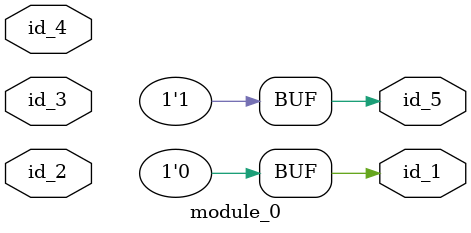
<source format=v>
module module_0 (
    id_1,
    id_2,
    id_3,
    id_4,
    id_5
);
  output id_5;
  input id_4;
  inout id_3;
  inout id_2;
  output id_1;
  reg id_5;
  assign id_1 = 1'b0;
  initial begin
    id_5 = 1;
    id_5 <= 1 >= 1'b0;
  end
endmodule

</source>
